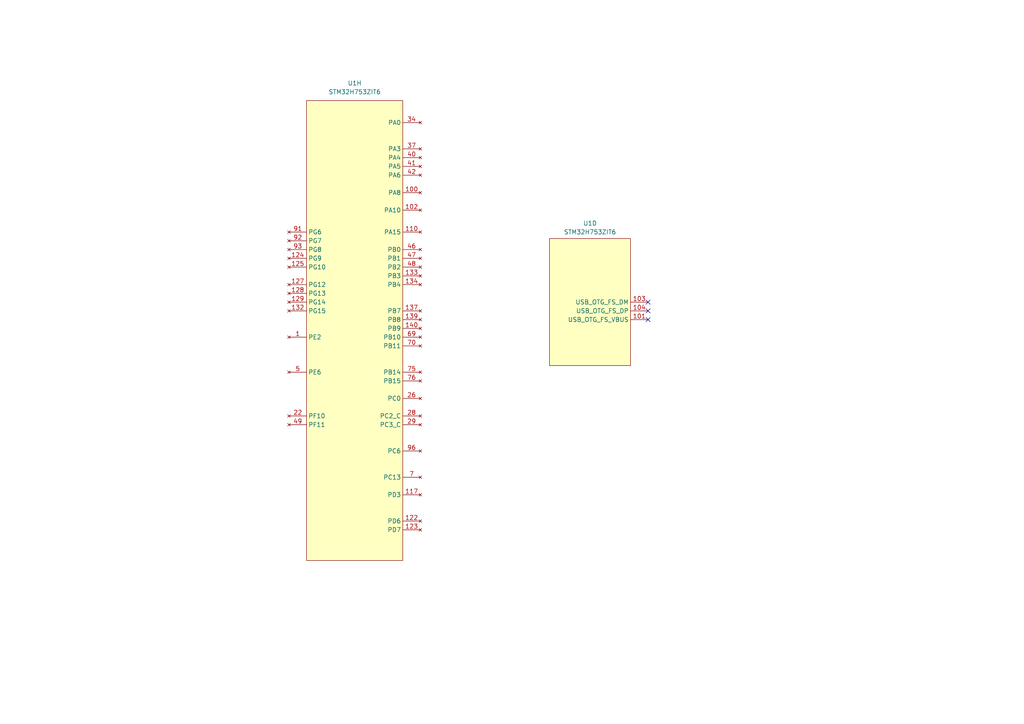
<source format=kicad_sch>
(kicad_sch (version 20231120) (generator "eeschema") (generator_version "8.0")
  (paper "A4")
  (lib_symbols
    (symbol "stm32h753:STM32H753ZITx" (exclude_from_sim yes)
      (property "Reference" "U1" (at -7.366 22.86 0))
      (property "Value" "STM32H753ZIT6" (at -7.366 20.32 0))
      (symbol "STM32H753ZITx_1_1"
        (rectangle (start -20.32 46.99) (end 21.59 -15.24) (fill (type background)))
        (pin power_out line (at 26.67 33.02 180) (length 5.08) (name "VCAP") (number "106"))
        (pin passive line (at 0 -20.32 90) (length 5.08) hide (name "VSS") (number "107"))
        (pin power_in line (at 3.81 52.07 270) (length 5.08) (name "VDD") (number "108"))
        (pin passive line (at 0 -20.32 90) (length 5.08) hide (name "VSS") (number "120"))
        (pin power_in line (at 6.35 52.07 270) (length 5.08) (name "VDD") (number "121"))
        (pin passive line (at 0 -20.32 90) (length 5.08) hide (name "VSS") (number "130"))
        (pin power_in line (at 8.89 52.07 270) (length 5.08) (name "VDD") (number "131"))
        (pin input line (at -11.43 -20.32 90) (length 5.08) (name "BOOT0") (number "138"))
        (pin input line (at -25.4 6.35 0) (length 5.08) (name "PDR_ON") (number "143"))
        (pin power_in line (at 11.43 52.07 270) (length 5.08) (name "VDD") (number "144"))
        (pin power_in line (at 3.81 -20.32 90) (length 5.08) (name "VSS") (number "16"))
        (pin power_in line (at -13.97 52.07 270) (length 5.08) (name "VDD") (number "17"))
        (pin bidirectional line (at -25.4 33.02 0) (length 5.08) (name "PH0") (number "23"))
        (pin bidirectional line (at -25.4 30.48 0) (length 5.08) (name "PH1") (number "24"))
        (pin input line (at -25.4 -10.16 0) (length 5.08) (name "NRST") (number "25"))
        (pin power_in line (at -11.43 52.07 270) (length 5.08) (name "VDD") (number "30"))
        (pin power_in line (at 6.35 -20.32 90) (length 5.08) (name "VSSA") (number "31"))
        (pin input line (at 27.305 23.495 180) (length 5.08) (name "VREF+") (number "32"))
        (pin power_in line (at 16.51 52.07 270) (length 5.08) (name "VDDA") (number "33"))
        (pin passive line (at 0 -20.32 90) (length 5.08) hide (name "VSS") (number "38"))
        (pin power_in line (at -8.89 52.07 270) (length 5.08) (name "VDD") (number "39"))
        (pin passive line (at 0 -20.32 90) (length 5.08) hide (name "VSS") (number "51"))
        (pin power_in line (at -6.35 52.07 270) (length 5.08) (name "VDD") (number "52"))
        (pin power_in line (at -16.51 52.07 270) (length 5.08) (name "VBAT") (number "6"))
        (pin passive line (at 0 -20.32 90) (length 5.08) hide (name "VSS") (number "61"))
        (pin power_in line (at -3.81 52.07 270) (length 5.08) (name "VDD") (number "62"))
        (pin power_out line (at 26.67 30.48 180) (length 5.08) (name "VCAP") (number "71"))
        (pin power_in line (at -1.27 52.07 270) (length 5.08) (name "VDD") (number "72"))
        (pin input line (at 26.67 10.16 180) (length 5.08) (name "RCC_OSC32_IN") (number "8"))
        (pin passive line (at 0 -20.32 90) (length 5.08) hide (name "VSS") (number "83"))
        (pin power_in line (at 1.27 52.07 270) (length 5.08) (name "VDD") (number "84"))
        (pin output line (at 26.67 12.7 180) (length 5.08) (name "RCC_OSC32_OUT") (number "9"))
        (pin passive line (at 0 -20.32 90) (length 5.08) hide (name "VSS") (number "94"))
        (pin power_in line (at 13.97 52.07 270) (length 5.08) (name "VDD33_USB") (number "95"))
      )
      (symbol "STM32H753ZITx_2_1"
        (rectangle (start -13.97 76.2) (end 21.59 -56.515) (fill (type background)))
        (pin output line (at 26.67 3.81 180) (length 5.08) (name "FMC_A0") (number "10"))
        (pin output line (at 26.67 6.35 180) (length 5.08) (name "FMC_A1") (number "11"))
        (pin bidirectional line (at 26.67 -41.91 180) (length 5.08) (name "FMC_D2") (number "114"))
        (pin bidirectional line (at 26.67 -39.37 180) (length 5.08) (name "FMC_D3") (number "115"))
        (pin output line (at 26.67 62.23 180) (length 5.08) (name "FMC_NOE") (number "118"))
        (pin output line (at 26.67 64.77 180) (length 5.08) (name "FMC_NWE") (number "119"))
        (pin output line (at 26.67 8.89 180) (length 5.08) (name "FMC_A2") (number "12"))
        (pin output line (at 26.67 11.43 180) (length 5.08) (name "FMC_A3") (number "13"))
        (pin output line (at 26.67 13.97 180) (length 5.08) (name "FMC_A4") (number "14"))
        (pin output line (at 26.67 -1.27 180) (length 5.08) (name "FMC_NBL0") (number "141"))
        (pin output line (at 26.67 -3.81 180) (length 5.08) (name "FMC_NBL1") (number "142"))
        (pin output line (at 26.67 16.51 180) (length 5.08) (name "FMC_A5") (number "15"))
        (pin output line (at 26.67 52.07 180) (length 5.08) (name "FMC_A19") (number "2"))
        (pin output line (at 26.67 54.61 180) (length 5.08) (name "FMC_A20") (number "3"))
        (pin output line (at 26.67 57.15 180) (length 5.08) (name "FMC_A21") (number "4"))
        (pin output line (at 26.67 19.05 180) (length 5.08) (name "FMC_A6") (number "50"))
        (pin output line (at 26.67 21.59 180) (length 5.08) (name "FMC_A7") (number "53"))
        (pin output line (at 26.67 24.13 180) (length 5.08) (name "FMC_A8") (number "54"))
        (pin output line (at 26.67 26.67 180) (length 5.08) (name "FMC_A9") (number "55"))
        (pin output line (at 26.67 29.21 180) (length 5.08) (name "FMC_A10") (number "56"))
        (pin output line (at 26.67 31.75 180) (length 5.08) (name "FMC_A11") (number "57"))
        (pin bidirectional line (at 26.67 -36.83 180) (length 5.08) (name "FMC_D4") (number "58"))
        (pin bidirectional line (at 26.67 -34.29 180) (length 5.08) (name "FMC_D5") (number "59"))
        (pin bidirectional line (at 26.67 -31.75 180) (length 5.08) (name "FMC_D6") (number "60"))
        (pin bidirectional line (at 26.67 -29.21 180) (length 5.08) (name "FMC_D7") (number "63"))
        (pin bidirectional line (at 26.67 -26.67 180) (length 5.08) (name "FMC_D8") (number "64"))
        (pin bidirectional line (at 26.67 -24.13 180) (length 5.08) (name "FMC_D9") (number "65"))
        (pin bidirectional line (at 26.67 -21.59 180) (length 5.08) (name "FMC_D10") (number "66"))
        (pin bidirectional line (at 26.67 -19.05 180) (length 5.08) (name "FMC_D11") (number "67"))
        (pin bidirectional line (at 26.67 -16.51 180) (length 5.08) (name "FMC_D12") (number "68"))
        (pin bidirectional line (at 26.67 -13.97 180) (length 5.08) (name "FMC_D13") (number "77"))
        (pin bidirectional line (at 26.67 -11.43 180) (length 5.08) (name "FMC_D14") (number "78"))
        (pin bidirectional line (at 26.67 -8.89 180) (length 5.08) (name "FMC_D15") (number "79"))
        (pin output line (at 26.67 44.45 180) (length 5.08) (name "FMC_A16") (number "80"))
        (pin output line (at 26.67 46.99 180) (length 5.08) (name "FMC_A17") (number "81"))
        (pin output line (at 26.67 49.53 180) (length 5.08) (name "FMC_A18") (number "82"))
        (pin bidirectional line (at 26.67 -46.99 180) (length 5.08) (name "FMC_D0") (number "85"))
        (pin bidirectional line (at 26.67 -44.45 180) (length 5.08) (name "FMC_D1") (number "86"))
        (pin output line (at 26.67 34.29 180) (length 5.08) (name "FMC_A12") (number "87"))
        (pin output line (at 26.67 36.83 180) (length 5.08) (name "FMC_A13") (number "88"))
        (pin output line (at 26.67 39.37 180) (length 5.08) (name "FMC_A14") (number "89"))
        (pin output line (at 26.67 41.91 180) (length 5.08) (name "FMC_A15") (number "90"))
        (pin output line (at 26.67 67.31 180) (length 5.08) (name "FMC_NE1") (number "97"))
      )
      (symbol "STM32H753ZITx_3_1"
        (rectangle (start -10.16 17.145) (end 8.89 -17.145) (fill (type background)))
        (pin bidirectional line (at 13.97 -8.89 180) (length 5.08) (name "ETH_TX_EN") (number "126"))
        (pin bidirectional line (at 13.97 12.7 180) (length 5.08) (name "ETH_MDC") (number "27"))
        (pin bidirectional line (at 13.97 -12.7 180) (length 5.08) (name "ETH_REF_CLK") (number "35"))
        (pin bidirectional line (at 13.97 10.16 180) (length 5.08) (name "ETH_MDIO") (number "36"))
        (pin bidirectional line (at 13.97 -5.08 180) (length 5.08) (name "ETH_CRS_DV") (number "43"))
        (pin input line (at 13.97 0 180) (length 5.08) (name "ETH_RXD0") (number "44"))
        (pin input line (at 13.97 2.54 180) (length 5.08) (name "ETH_RXD1") (number "45"))
        (pin output line (at 13.97 5.08 180) (length 5.08) (name "ETH_TXD0") (number "73"))
        (pin output line (at 13.97 7.62 180) (length 5.08) (name "ETH_TXD1") (number "74"))
      )
      (symbol "STM32H753ZITx_4_1"
        (rectangle (start -12.065 31.115) (end 11.43 -5.715) (fill (type background)))
        (pin input line (at 16.51 7.62 180) (length 5.08) (name "USB_OTG_FS_VBUS") (number "101"))
        (pin bidirectional line (at 16.51 12.7 180) (length 5.08) (name "USB_OTG_FS_DM") (number "103"))
        (pin bidirectional line (at 16.51 10.16 180) (length 5.08) (name "USB_OTG_FS_DP") (number "104"))
      )
      (symbol "STM32H753ZITx_5_1"
        (rectangle (start -11.43 30.48) (end 11.43 0.635) (fill (type background)))
        (pin bidirectional line (at 16.51 15.24 180) (length 5.08) (name "DEBUG_JTMS-SWDIO") (number "105"))
        (pin bidirectional line (at 16.51 12.7 180) (length 5.08) (name "DEBUG_JTCK-SWCLK") (number "109"))
      )
      (symbol "STM32H753ZITx_6_1"
        (rectangle (start -4.445 15.24) (end 15.24 -13.97) (fill (type background)))
        (pin bidirectional line (at 20.32 -1.27 180) (length 5.08) (name "SDMMC1_D2") (number "111"))
        (pin bidirectional line (at 20.32 1.27 180) (length 5.08) (name "SDMMC1_D3") (number "112"))
        (pin bidirectional line (at 20.32 6.35 180) (length 5.08) (name "SDMMC1_CK") (number "113"))
        (pin output line (at 20.32 3.81 180) (length 5.08) (name "SDMMC1_CMD") (number "116"))
        (pin bidirectional line (at 20.32 -6.35 180) (length 5.08) (name "SDMMC1_D0") (number "98"))
        (pin bidirectional line (at 20.32 -3.81 180) (length 5.08) (name "SDMMC1_D1") (number "99"))
      )
      (symbol "STM32H753ZITx_7_1"
        (rectangle (start -10.795 20.32) (end 11.43 -17.145) (fill (type background)))
        (pin input line (at 16.51 -8.89 180) (length 5.08) (name "UART5_RX") (number "135"))
        (pin output line (at 16.51 -11.43 180) (length 5.08) (name "UART5_TX") (number "136"))
        (pin input line (at 16.51 13.97 180) (length 5.08) (name "UART7_RX") (number "18"))
        (pin output line (at 16.51 11.43 180) (length 5.08) (name "UART7_TX") (number "19"))
        (pin output line (at 16.51 8.89 180) (length 5.08) (name "UART7_RTS") (number "20"))
        (pin input line (at 16.51 6.35 180) (length 5.08) (name "UART7_CTS") (number "21"))
      )
      (symbol "STM32H753ZITx_8_1"
        (rectangle (start -15.24 76.2) (end 12.7 -57.15) (fill (type background)))
        (pin no_connect line (at -20.32 7.62 0) (length 5.08) (name "PE2") (number "1"))
        (pin no_connect line (at 17.78 49.53 180) (length 5.08) (name "PA8") (number "100"))
        (pin no_connect line (at 17.78 44.45 180) (length 5.08) (name "PA10") (number "102"))
        (pin no_connect line (at 17.78 38.1 180) (length 5.08) (name "PA15") (number "110"))
        (pin no_connect line (at 17.78 -38.1 180) (length 5.08) (name "PD3") (number "117"))
        (pin no_connect line (at 17.78 -45.72 180) (length 5.08) (name "PD6") (number "122"))
        (pin no_connect line (at 17.78 -48.26 180) (length 5.08) (name "PD7") (number "123"))
        (pin no_connect line (at -20.32 30.48 0) (length 5.08) (name "PG9") (number "124"))
        (pin no_connect line (at -20.32 27.94 0) (length 5.08) (name "PG10") (number "125"))
        (pin no_connect line (at -20.32 22.86 0) (length 5.08) (name "PG12") (number "127"))
        (pin no_connect line (at -20.32 20.32 0) (length 5.08) (name "PG13") (number "128"))
        (pin no_connect line (at -20.32 17.78 0) (length 5.08) (name "PG14") (number "129"))
        (pin no_connect line (at -20.32 15.24 0) (length 5.08) (name "PG15") (number "132"))
        (pin no_connect line (at 17.78 25.4 180) (length 5.08) (name "PB3") (number "133"))
        (pin no_connect line (at 17.78 22.86 180) (length 5.08) (name "PB4") (number "134"))
        (pin no_connect line (at 17.78 15.24 180) (length 5.08) (name "PB7") (number "137"))
        (pin no_connect line (at 17.78 12.7 180) (length 5.08) (name "PB8") (number "139"))
        (pin no_connect line (at 17.78 10.16 180) (length 5.08) (name "PB9") (number "140"))
        (pin no_connect line (at -20.32 -15.24 0) (length 5.08) (name "PF10") (number "22"))
        (pin no_connect line (at 17.78 -10.16 180) (length 5.08) (name "PC0") (number "26"))
        (pin no_connect line (at 17.78 -15.24 180) (length 5.08) (name "PC2_C") (number "28"))
        (pin no_connect line (at 17.78 -17.78 180) (length 5.08) (name "PC3_C") (number "29"))
        (pin no_connect line (at 17.78 69.85 180) (length 5.08) (name "PA0") (number "34"))
        (pin no_connect line (at 17.78 62.23 180) (length 5.08) (name "PA3") (number "37"))
        (pin no_connect line (at 17.78 59.69 180) (length 5.08) (name "PA4") (number "40"))
        (pin no_connect line (at 17.78 57.15 180) (length 5.08) (name "PA5") (number "41"))
        (pin no_connect line (at 17.78 54.61 180) (length 5.08) (name "PA6") (number "42"))
        (pin no_connect line (at 17.78 33.02 180) (length 5.08) (name "PB0") (number "46"))
        (pin no_connect line (at 17.78 30.48 180) (length 5.08) (name "PB1") (number "47"))
        (pin no_connect line (at 17.78 27.94 180) (length 5.08) (name "PB2") (number "48"))
        (pin no_connect line (at -20.32 -17.78 0) (length 5.08) (name "PF11") (number "49"))
        (pin no_connect line (at -20.32 -2.54 0) (length 5.08) (name "PE6") (number "5"))
        (pin no_connect line (at 17.78 7.62 180) (length 5.08) (name "PB10") (number "69"))
        (pin no_connect line (at 17.78 -33.02 180) (length 5.08) (name "PC13") (number "7"))
        (pin no_connect line (at 17.78 5.08 180) (length 5.08) (name "PB11") (number "70"))
        (pin no_connect line (at 17.78 -2.54 180) (length 5.08) (name "PB14") (number "75"))
        (pin no_connect line (at 17.78 -5.08 180) (length 5.08) (name "PB15") (number "76"))
        (pin no_connect line (at -20.32 38.1 0) (length 5.08) (name "PG6") (number "91"))
        (pin no_connect line (at -20.32 35.56 0) (length 5.08) (name "PG7") (number "92"))
        (pin no_connect line (at -20.32 33.02 0) (length 5.08) (name "PG8") (number "93"))
        (pin no_connect line (at 17.78 -25.4 180) (length 5.08) (name "PC6") (number "96"))
      )
    )
  )
  (no_connect (at 187.96 87.63))
  (no_connect (at 187.96 92.71))
  (no_connect (at 187.96 90.17))
  (symbol (lib_id "stm32h753:STM32H753ZITx") (at 171.45 100.33 0) (unit 4) (exclude_from_sim yes)
    (property "Reference" "U1" (at 171.1325 64.77 0))
    (property "Value" "STM32H753ZIT6" (at 171.1325 67.31 0))
    (property "Footprint" "Package_QFP:LQFP-144_20x20mm_P0.5mm" (effects (hide yes)))
    (property "Datasheet" "http://partdb.rockgarden.net/en/part/613/info" (effects (hide yes)))
    (property "Description" "ARM® Cortex®-M7 STM32H7 Microcontroller IC 32-Bit Single-Core 480MHz 2MB (2M x 8) FLASH 144-LQFP (20x20)" (effects (hide yes)))
    (property "Category" "Semiconductors/ICs/Microcontrollers/ARM" (effects (hide yes)))
    (property "MPN" "STM32H753ZIT6" (effects (hide yes)))
    (property "Manufacturer" "STMicroelectronics" (effects (hide yes)))
    (property "Manufacturing Status" "Active" (effects (hide yes)))
    (property "Part-DB Footprint" "144-LQFP (20x20)" (effects (hide yes)))
    (property "Part-DB ID" "613" (effects (hide yes)))
  )
  (symbol (lib_id "stm32h753:STM32H753ZITx") (at 104.14 105.41 0) (unit 8) (exclude_from_sim yes)
    (property "Reference" "U1" (at 102.87 24.13 0))
    (property "Value" "STM32H753ZIT6" (at 102.87 26.67 0))
    (property "Footprint" "Package_QFP:LQFP-144_20x20mm_P0.5mm" (effects (hide yes)))
    (property "Datasheet" "http://partdb.rockgarden.net/en/part/613/info" (effects (hide yes)))
    (property "Description" "ARM® Cortex®-M7 STM32H7 Microcontroller IC 32-Bit Single-Core 480MHz 2MB (2M x 8) FLASH 144-LQFP (20x20)" (effects (hide yes)))
    (property "Category" "Semiconductors/ICs/Microcontrollers/ARM" (effects (hide yes)))
    (property "MPN" "STM32H753ZIT6" (effects (hide yes)))
    (property "Manufacturer" "STMicroelectronics" (effects (hide yes)))
    (property "Manufacturing Status" "Active" (effects (hide yes)))
    (property "Part-DB Footprint" "144-LQFP (20x20)" (effects (hide yes)))
    (property "Part-DB ID" "613" (effects (hide yes)))
  )
)
</source>
